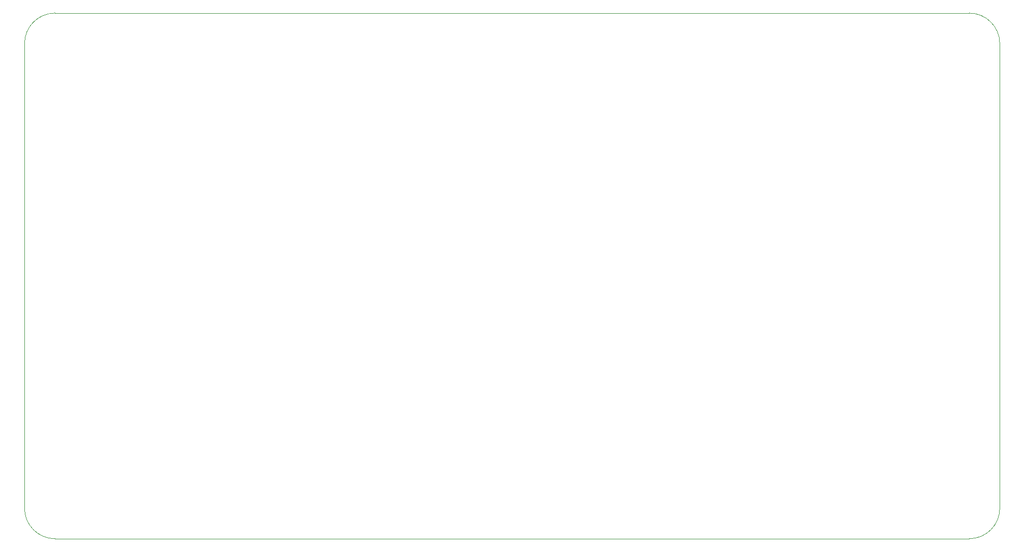
<source format=gbr>
G04 #@! TF.GenerationSoftware,KiCad,Pcbnew,(5.1.6)-1*
G04 #@! TF.CreationDate,2020-06-24T10:48:21+02:00*
G04 #@! TF.ProjectId,Perfboard,50657266-626f-4617-9264-2e6b69636164,rev?*
G04 #@! TF.SameCoordinates,Original*
G04 #@! TF.FileFunction,Profile,NP*
%FSLAX46Y46*%
G04 Gerber Fmt 4.6, Leading zero omitted, Abs format (unit mm)*
G04 Created by KiCad (PCBNEW (5.1.6)-1) date 2020-06-24 10:48:21*
%MOMM*%
%LPD*%
G01*
G04 APERTURE LIST*
G04 #@! TA.AperFunction,Profile*
%ADD10C,0.050000*%
G04 #@! TD*
G04 APERTURE END LIST*
D10*
X20320000Y-25400000D02*
G75*
G02*
X25400000Y-20320000I5080000J0D01*
G01*
X20320000Y-102870000D02*
X20320000Y-25400000D01*
X25400000Y-107950000D02*
G75*
G02*
X20320000Y-102870000I0J5080000D01*
G01*
X177800000Y-107950000D02*
X25400000Y-107950000D01*
X182880000Y-102870000D02*
G75*
G02*
X177800000Y-107950000I-5080000J0D01*
G01*
X182880000Y-25400000D02*
X182880000Y-102870000D01*
X177800000Y-20320000D02*
G75*
G02*
X182880000Y-25400000I0J-5080000D01*
G01*
X25400000Y-20320000D02*
X177800000Y-20320000D01*
M02*

</source>
